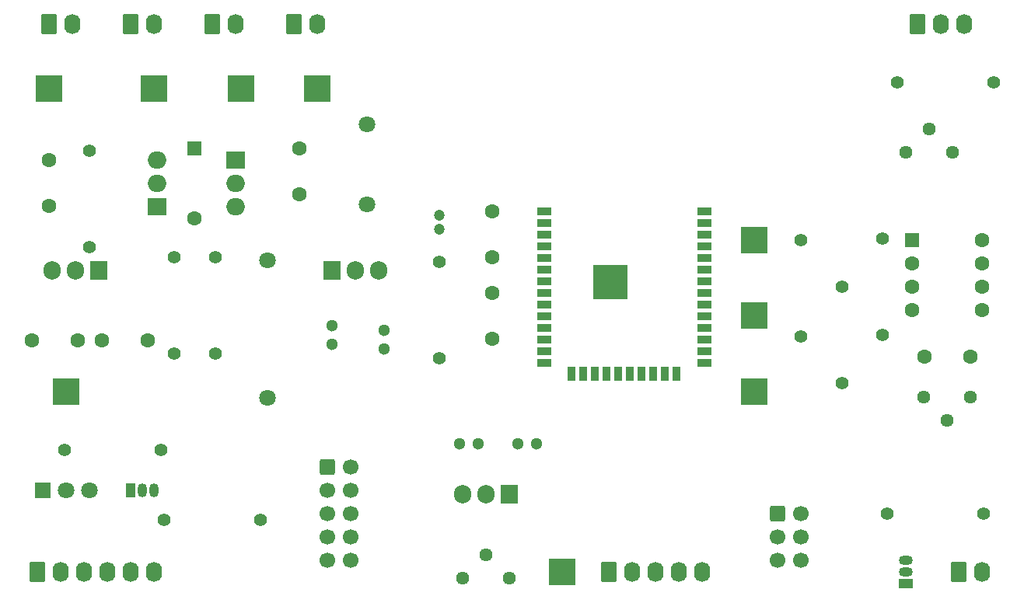
<source format=gbr>
%TF.GenerationSoftware,KiCad,Pcbnew,9.0.3*%
%TF.CreationDate,2025-08-15T02:20:32+00:00*%
%TF.ProjectId,board,626f6172-642e-46b6-9963-61645f706362,1.0*%
%TF.SameCoordinates,Original*%
%TF.FileFunction,Soldermask,Top*%
%TF.FilePolarity,Negative*%
%FSLAX46Y46*%
G04 Gerber Fmt 4.6, Leading zero omitted, Abs format (unit mm)*
G04 Created by KiCad (PCBNEW 9.0.3) date 2025-08-15 02:20:32*
%MOMM*%
%LPD*%
G01*
G04 APERTURE LIST*
G04 Aperture macros list*
%AMRoundRect*
0 Rectangle with rounded corners*
0 $1 Rounding radius*
0 $2 $3 $4 $5 $6 $7 $8 $9 X,Y pos of 4 corners*
0 Add a 4 corners polygon primitive as box body*
4,1,4,$2,$3,$4,$5,$6,$7,$8,$9,$2,$3,0*
0 Add four circle primitives for the rounded corners*
1,1,$1+$1,$2,$3*
1,1,$1+$1,$4,$5*
1,1,$1+$1,$6,$7*
1,1,$1+$1,$8,$9*
0 Add four rect primitives between the rounded corners*
20,1,$1+$1,$2,$3,$4,$5,0*
20,1,$1+$1,$4,$5,$6,$7,0*
20,1,$1+$1,$6,$7,$8,$9,0*
20,1,$1+$1,$8,$9,$2,$3,0*%
G04 Aperture macros list end*
%ADD10C,1.200000*%
%ADD11C,1.300000*%
%ADD12RoundRect,0.250000X-0.620000X-0.845000X0.620000X-0.845000X0.620000X0.845000X-0.620000X0.845000X0*%
%ADD13O,1.740000X2.190000*%
%ADD14C,1.400000*%
%ADD15RoundRect,0.250000X-0.600000X-0.600000X0.600000X-0.600000X0.600000X0.600000X-0.600000X0.600000X0*%
%ADD16C,1.700000*%
%ADD17C,1.440000*%
%ADD18C,1.800000*%
%ADD19C,1.600000*%
%ADD20R,1.905000X2.000000*%
%ADD21O,1.905000X2.000000*%
%ADD22R,3.000000X3.000000*%
%ADD23R,2.000000X1.905000*%
%ADD24O,2.000000X1.905000*%
%ADD25R,1.050000X1.500000*%
%ADD26O,1.050000X1.500000*%
%ADD27R,1.500000X1.050000*%
%ADD28O,1.500000X1.050000*%
%ADD29R,1.800000X1.800000*%
%ADD30RoundRect,0.250000X-0.550000X-0.550000X0.550000X-0.550000X0.550000X0.550000X-0.550000X0.550000X0*%
%ADD31RoundRect,0.250000X-0.550000X0.550000X-0.550000X-0.550000X0.550000X-0.550000X0.550000X0.550000X0*%
%ADD32R,1.500000X0.900000*%
%ADD33R,0.900000X1.500000*%
%ADD34C,0.600000*%
%ADD35R,3.800000X3.800000*%
G04 APERTURE END LIST*
D10*
%TO.C,C3*%
X146685000Y-90690000D03*
X146685000Y-92190000D03*
%TD*%
D11*
%TO.C,C11*%
X140650000Y-103215000D03*
X140650000Y-105215000D03*
%TD*%
%TO.C,C12*%
X134935000Y-102675000D03*
X134935000Y-104675000D03*
%TD*%
D12*
%TO.C,J1*%
X104140000Y-69850000D03*
D13*
X106680000Y-69850000D03*
%TD*%
D14*
%TO.C,R7*%
X195410000Y-123190000D03*
X205910000Y-123190000D03*
%TD*%
D15*
%TO.C,J7*%
X183515000Y-123190000D03*
D16*
X186055000Y-123190000D03*
X183515000Y-125730000D03*
X186055000Y-125730000D03*
X183515000Y-128270000D03*
X186055000Y-128270000D03*
%TD*%
D17*
%TO.C,RV2*%
X197485000Y-83820000D03*
X200025000Y-81280000D03*
X202565000Y-83820000D03*
%TD*%
D18*
%TO.C,D3*%
X138745000Y-80740000D03*
X138745000Y-89440000D03*
%TD*%
D19*
%TO.C,C1*%
X204475000Y-106045000D03*
X199475000Y-106045000D03*
%TD*%
D20*
%TO.C,U5*%
X154305000Y-121015000D03*
D21*
X151765000Y-121015000D03*
X149225000Y-121015000D03*
%TD*%
D22*
%TO.C,TP2*%
X133350000Y-76835000D03*
%TD*%
D19*
%TO.C,C9*%
X104140000Y-89665000D03*
X104140000Y-84665000D03*
%TD*%
D12*
%TO.C,F1*%
X113030000Y-69850000D03*
D13*
X115570000Y-69850000D03*
%TD*%
D22*
%TO.C,TP9*%
X104140000Y-76835000D03*
%TD*%
D19*
%TO.C,C5*%
X114935000Y-104310000D03*
X109935000Y-104310000D03*
%TD*%
D14*
%TO.C,R1*%
X194950000Y-103675000D03*
X194950000Y-93175000D03*
%TD*%
D11*
%TO.C,C8*%
X148860000Y-115570000D03*
X150860000Y-115570000D03*
%TD*%
D22*
%TO.C,TP3*%
X106045000Y-109855000D03*
%TD*%
D12*
%TO.C,J4*%
X102870000Y-129540000D03*
D13*
X105410000Y-129540000D03*
X107950000Y-129540000D03*
X110490000Y-129540000D03*
X113030000Y-129540000D03*
X115570000Y-129540000D03*
%TD*%
D23*
%TO.C,Q3*%
X115885000Y-89705000D03*
D24*
X115885000Y-87165000D03*
X115885000Y-84625000D03*
%TD*%
D23*
%TO.C,D2*%
X124460000Y-84625000D03*
D24*
X124460000Y-87165000D03*
X124460000Y-89705000D03*
%TD*%
D14*
%TO.C,R3*%
X116375000Y-116205000D03*
X105875000Y-116205000D03*
%TD*%
D19*
%TO.C,C10*%
X131445000Y-88395000D03*
X131445000Y-83395000D03*
%TD*%
D22*
%TO.C,TP6*%
X180975000Y-109835000D03*
%TD*%
D12*
%TO.C,J2*%
X121920000Y-69850000D03*
D13*
X124460000Y-69850000D03*
%TD*%
D12*
%TO.C,J6*%
X203200000Y-129540000D03*
D13*
X205740000Y-129540000D03*
%TD*%
D14*
%TO.C,R9*%
X186060000Y-103845000D03*
X186060000Y-93345000D03*
%TD*%
D20*
%TO.C,U4*%
X134935000Y-96690000D03*
D21*
X137475000Y-96690000D03*
X140015000Y-96690000D03*
%TD*%
D12*
%TO.C,SW1*%
X130810000Y-69850000D03*
D13*
X133350000Y-69850000D03*
%TD*%
D22*
%TO.C,TP1*%
X115570000Y-76835000D03*
%TD*%
D25*
%TO.C,Q2*%
X113030000Y-120650000D03*
D26*
X114300000Y-120650000D03*
X115570000Y-120650000D03*
%TD*%
D19*
%TO.C,C4*%
X152400000Y-95210000D03*
X152400000Y-90210000D03*
%TD*%
D14*
%TO.C,R12*%
X117790000Y-105750000D03*
X117790000Y-95250000D03*
%TD*%
D11*
%TO.C,C7*%
X155210000Y-115570000D03*
X157210000Y-115570000D03*
%TD*%
D18*
%TO.C,R10*%
X127950000Y-95540000D03*
X127950000Y-110540000D03*
%TD*%
D22*
%TO.C,TP5*%
X125095000Y-76835000D03*
%TD*%
D14*
%TO.C,R11*%
X122235000Y-95250000D03*
X122235000Y-105750000D03*
%TD*%
%TO.C,R8*%
X196510000Y-76200000D03*
X207010000Y-76200000D03*
%TD*%
%TO.C,R5*%
X146685000Y-95715000D03*
X146685000Y-106215000D03*
%TD*%
D19*
%TO.C,C2*%
X152400000Y-99100000D03*
X152400000Y-104100000D03*
%TD*%
%TO.C,C6*%
X102275000Y-104310000D03*
X107275000Y-104310000D03*
%TD*%
D27*
%TO.C,Q4*%
X197485000Y-130810000D03*
D28*
X197485000Y-129540000D03*
X197485000Y-128270000D03*
%TD*%
D17*
%TO.C,RV3*%
X149225000Y-130175000D03*
X151765000Y-127635000D03*
X154305000Y-130175000D03*
%TD*%
D29*
%TO.C,Q1*%
X103505000Y-120650000D03*
D18*
X106045000Y-120650000D03*
X108585000Y-120650000D03*
%TD*%
D30*
%TO.C,U2*%
X198125000Y-93345000D03*
D19*
X198125000Y-95885000D03*
X198125000Y-98425000D03*
X198125000Y-100965000D03*
X205745000Y-100965000D03*
X205745000Y-98425000D03*
X205745000Y-95885000D03*
X205745000Y-93345000D03*
%TD*%
D22*
%TO.C,TP8*%
X180975000Y-93325000D03*
%TD*%
D20*
%TO.C,U3*%
X109535000Y-96690000D03*
D21*
X106995000Y-96690000D03*
X104455000Y-96690000D03*
%TD*%
D12*
%TO.C,J5*%
X165100000Y-129540000D03*
D13*
X167640000Y-129540000D03*
X170180000Y-129540000D03*
X172720000Y-129540000D03*
X175260000Y-129540000D03*
%TD*%
D31*
%TO.C,D1*%
X120015000Y-83355000D03*
D19*
X120015000Y-90975000D03*
%TD*%
D32*
%TO.C,U1*%
X158045000Y-90195000D03*
X158045000Y-91465000D03*
X158045000Y-92735000D03*
X158045000Y-94005000D03*
X158045000Y-95275000D03*
X158045000Y-96545000D03*
X158045000Y-97815000D03*
X158045000Y-99085000D03*
X158045000Y-100355000D03*
X158045000Y-101625000D03*
X158045000Y-102895000D03*
X158045000Y-104165000D03*
X158045000Y-105435000D03*
X158045000Y-106705000D03*
D33*
X161085000Y-107955000D03*
X162355000Y-107955000D03*
X163625000Y-107955000D03*
X164895000Y-107955000D03*
X166165000Y-107955000D03*
X167435000Y-107955000D03*
X168705000Y-107955000D03*
X169975000Y-107955000D03*
X171245000Y-107955000D03*
X172515000Y-107955000D03*
D32*
X175545000Y-106705000D03*
X175545000Y-105435000D03*
X175545000Y-104165000D03*
X175545000Y-102895000D03*
X175545000Y-101625000D03*
X175545000Y-100355000D03*
X175545000Y-99085000D03*
X175545000Y-97815000D03*
X175545000Y-96545000D03*
X175545000Y-95275000D03*
X175545000Y-94005000D03*
X175545000Y-92735000D03*
X175545000Y-91465000D03*
X175545000Y-90195000D03*
D34*
X163895000Y-97215000D03*
X163895000Y-98615000D03*
X164595000Y-96515000D03*
X164595000Y-97915000D03*
X164595000Y-99315000D03*
X165270000Y-97215000D03*
X165270000Y-98615000D03*
D35*
X165295000Y-97915000D03*
D34*
X165995000Y-96515000D03*
X165995000Y-97915000D03*
X165995000Y-99315000D03*
X166695000Y-97215000D03*
X166695000Y-98615000D03*
%TD*%
D22*
%TO.C,TP4*%
X160020000Y-129540000D03*
%TD*%
D14*
%TO.C,R6*%
X108585000Y-94150000D03*
X108585000Y-83650000D03*
%TD*%
%TO.C,R2*%
X190505000Y-108925000D03*
X190505000Y-98425000D03*
%TD*%
D12*
%TO.C,J3*%
X198755000Y-69850000D03*
D13*
X201295000Y-69850000D03*
X203835000Y-69850000D03*
%TD*%
D15*
%TO.C,J8*%
X134502500Y-118110000D03*
D16*
X137042500Y-118110000D03*
X134502500Y-120650000D03*
X137042500Y-120650000D03*
X134502500Y-123190000D03*
X137042500Y-123190000D03*
X134502500Y-125730000D03*
X137042500Y-125730000D03*
X134502500Y-128270000D03*
X137042500Y-128270000D03*
%TD*%
D17*
%TO.C,RV1*%
X204475000Y-110490000D03*
X201935000Y-113030000D03*
X199395000Y-110490000D03*
%TD*%
D22*
%TO.C,TP7*%
X180975000Y-101600000D03*
%TD*%
D14*
%TO.C,R4*%
X127170000Y-123825000D03*
X116670000Y-123825000D03*
%TD*%
M02*

</source>
